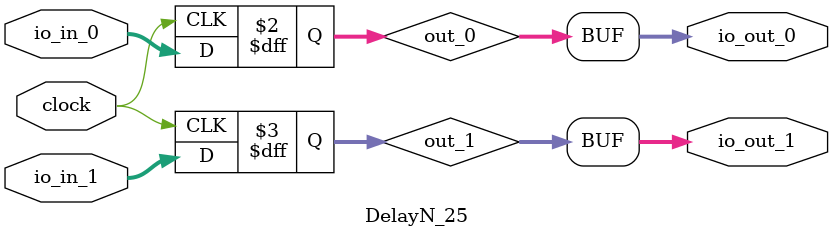
<source format=v>
module DelayN_25(
  input         clock,
  input  [63:0] io_in_0,
  input  [63:0] io_in_1,
  output [63:0] io_out_0,
  output [63:0] io_out_1
);
`ifdef RANDOMIZE_REG_INIT
  reg [63:0] _RAND_0;
  reg [63:0] _RAND_1;
`endif // RANDOMIZE_REG_INIT
  reg [63:0] out_0; // @[Hold.scala 90:18]
  reg [63:0] out_1; // @[Hold.scala 90:18]
  assign io_out_0 = out_0; // @[Hold.scala 92:10]
  assign io_out_1 = out_1; // @[Hold.scala 92:10]
  always @(posedge clock) begin
    out_0 <= io_in_0; // @[Hold.scala 90:18]
    out_1 <= io_in_1; // @[Hold.scala 90:18]
  end
// Register and memory initialization
`ifdef RANDOMIZE_GARBAGE_ASSIGN
`define RANDOMIZE
`endif
`ifdef RANDOMIZE_INVALID_ASSIGN
`define RANDOMIZE
`endif
`ifdef RANDOMIZE_REG_INIT
`define RANDOMIZE
`endif
`ifdef RANDOMIZE_MEM_INIT
`define RANDOMIZE
`endif
`ifndef RANDOM
`define RANDOM $random
`endif
`ifdef RANDOMIZE_MEM_INIT
  integer initvar;
`endif
`ifndef SYNTHESIS
`ifdef FIRRTL_BEFORE_INITIAL
`FIRRTL_BEFORE_INITIAL
`endif
initial begin
  `ifdef RANDOMIZE
    `ifdef INIT_RANDOM
      `INIT_RANDOM
    `endif
    `ifndef VERILATOR
      `ifdef RANDOMIZE_DELAY
        #`RANDOMIZE_DELAY begin end
      `else
        #0.002 begin end
      `endif
    `endif
`ifdef RANDOMIZE_REG_INIT
  _RAND_0 = {2{`RANDOM}};
  out_0 = _RAND_0[63:0];
  _RAND_1 = {2{`RANDOM}};
  out_1 = _RAND_1[63:0];
`endif // RANDOMIZE_REG_INIT
  `endif // RANDOMIZE
end // initial
`ifdef FIRRTL_AFTER_INITIAL
`FIRRTL_AFTER_INITIAL
`endif
`endif // SYNTHESIS
endmodule


</source>
